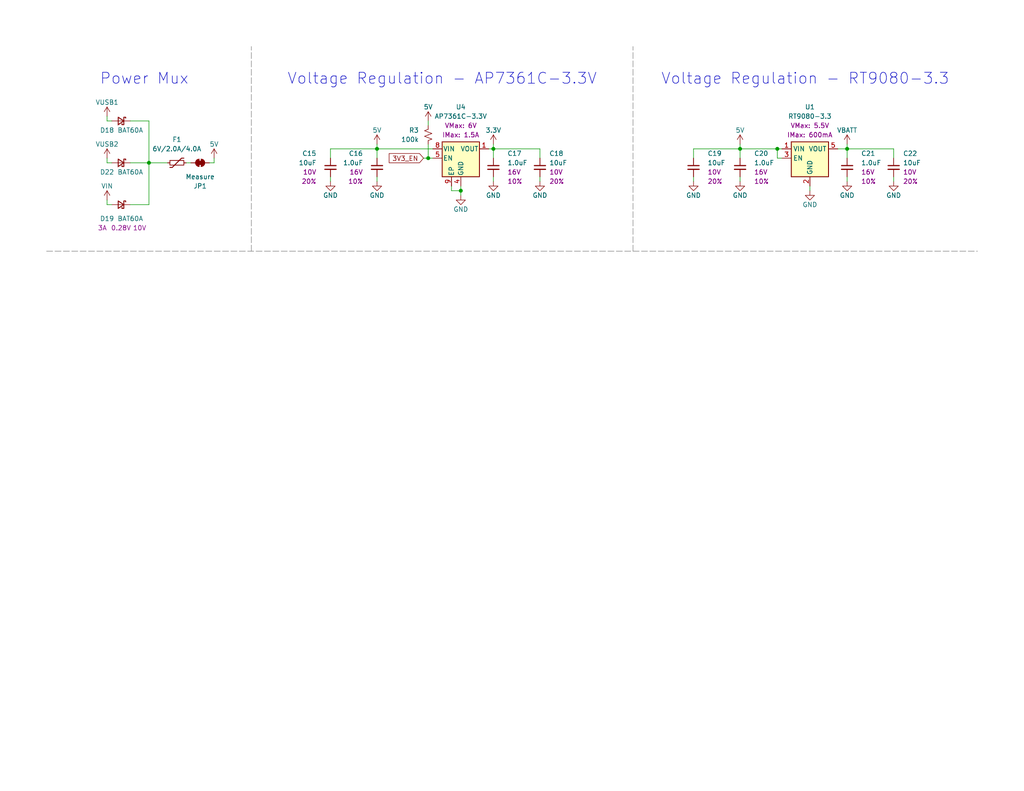
<source format=kicad_sch>
(kicad_sch (version 20250114) (generator "eeschema") (generator_version "9.0")
  (paper "USLetter")
  (title_block (title "SparkFun GNSS Flex Breakout - Power"))
  (lib_symbols
    (symbol "SparkFun-Capacitor:1.0uF_0603_16V_10%" (pin_numbers (hide yes)) (pin_names (offset 0.254))
      (property "Reference" "C" (at 0.635 2.54 0))
      (property "Value" "1.0uF" (at 0.635 -2.54 0))
      (property "Voltage" "16V" (at 0 -6.35 0))
      (property "Tolerance" "10%" (at 0 -8.89 0))
      (symbol "1.0uF_0603_16V_10%_0_1"
        (polyline (pts (xy -1.524 0.508) (xy 1.524 0.508)) (stroke (width 0.3048)))
        (polyline (pts (xy -1.524 -0.508) (xy 1.524 -0.508)) (stroke (width 0.3302)))
      )
      (symbol "1.0uF_0603_16V_10%_1_1"
        (pin passive line (at 0 2.54 270) (length 2.032) (name "~") (number "1"))
        (pin passive line (at 0 -2.54 90) (length 2.032) (name "~") (number "2"))
      )
    )
    (symbol "SparkFun-Capacitor:10uF_0603_10V_20%" (pin_numbers (hide yes)) (pin_names (offset 0.254))
      (property "Reference" "C" (at 0.635 2.54 0))
      (property "Value" "10uF" (at 0.635 -2.54 0))
      (property "Voltage" "10V" (at 0 -6.35 0))
      (property "Tolerance" "20%" (at 0 -8.89 0))
      (symbol "10uF_0603_10V_20%_0_1"
        (polyline (pts (xy -1.524 0.508) (xy 1.524 0.508)) (stroke (width 0.3048)))
        (polyline (pts (xy -1.524 -0.508) (xy 1.524 -0.508)) (stroke (width 0.3302)))
      )
      (symbol "10uF_0603_10V_20%_1_1"
        (pin passive line (at 0 2.54 270) (length 2.032) (name "~") (number "1"))
        (pin passive line (at 0 -2.54 90) (length 2.032) (name "~") (number "2"))
      )
    )
    (symbol "SparkFun-DiscreteSemi:D_Schottky_3A_10V_0.28V" (pin_numbers (hide yes)) (pin_names (offset 1.016) (hide yes))
      (property "Reference" "D" (at 0 2.54 0))
      (property "Value" "BAT60A" (at 0 -2.54 0))
      (property "IMax" "3A" (at 0 -5.08 0))
      (property "VDrop" "0.28V" (at 0 -10.16 0))
      (property "VMax" "10V" (at 0 -7.62 0))
      (symbol "D_Schottky_3A_10V_0.28V_0_1"
        (polyline (pts (xy -1.27 0.762) (xy -1.27 1.016) (xy -0.762 1.016) (xy -0.762 -1.016) (xy -0.254 -1.016) (xy -0.254 -0.762)) (stroke (width 0.254)))
        (polyline (pts (xy -0.762 0) (xy 0.762 0)))
        (polyline (pts (xy 0.762 -1.016) (xy -0.762 0) (xy 0.762 1.016) (xy 0.762 -1.016)) (stroke (width 0.254)))
      )
      (symbol "D_Schottky_3A_10V_0.28V_1_1"
        (pin passive line (at -2.54 0 0) (length 1.778) (name "K") (number "1"))
        (pin passive line (at 2.54 0 180) (length 1.778) (name "A") (number "2"))
      )
    )
    (symbol "SparkFun-Fuse:Fuse 6V/2.0A/4.0A" (pin_numbers (hide yes)) (pin_names (offset 0))
      (property "Reference" "F" (at 0 2.54 0))
      (property "Value" "6V/2.0A/4.0A" (at 0 -2.54 0))
      (symbol "Fuse 6V/2.0A/4.0A_0_1"
        (rectangle (start -1.905 0.635) (end 1.905 -0.635) (stroke (width 0.2032)))
        (polyline (pts (xy -1.905 -1.27) (xy -1.27 -1.27) (xy 1.27 1.27) (xy 1.905 1.27)) (stroke (width 0.254)))
      )
      (symbol "Fuse 6V/2.0A/4.0A_1_1"
        (pin passive line (at -2.54 0 0) (length 0.635) (name "~") (number "1"))
        (pin passive line (at 2.54 0 180) (length 0.635) (name "~") (number "2"))
      )
    )
    (symbol "SparkFun-Jumper:Jumper_Measure" (pin_numbers (hide yes)) (pin_names (offset 0) (hide yes))
      (property "Reference" "JP" (at 0 2.032 0))
      (property "Value" "Measure" (at 0 -2.54 0))
      (symbol "Jumper_Measure_0_1"
        (rectangle (start -0.508 0.508) (end 0.508 -0.508) (fill (type outline)))
        (polyline (pts (xy -0.254 1.016) (xy -0.254 -1.016)))
        (arc (start -0.254 -1.016) (mid -1.2656 0) (end -0.254 1.016))
        (arc (start -0.254 -1.016) (mid -1.2656 0) (end -0.254 1.016) (fill (type outline)))
        (arc (start 0.254 1.016) (mid 1.2656 0) (end 0.254 -1.016))
        (arc (start 0.254 1.016) (mid 1.2656 0) (end 0.254 -1.016) (fill (type outline)))
        (polyline (pts (xy 0.254 1.016) (xy 0.254 -1.016)))
      )
      (symbol "Jumper_Measure_1_1"
        (pin passive line (at -2.54 0 0) (length 1.27) (name "A") (number "1"))
        (pin passive line (at 2.54 0 180) (length 1.27) (name "B") (number "2"))
      )
    )
    (symbol "SparkFun-PowerSymbol:3.3V" (power) (pin_names (offset 0))
      (property "Value" "3.3V" (at 0 3.81 0))
      (symbol "3.3V_0_1"
        (polyline (pts (xy -0.762 1.27) (xy 0 2.54)))
        (polyline (pts (xy 0 2.54) (xy 0.762 1.27)))
        (polyline (pts (xy 0 0) (xy 0 2.54)))
      )
      (symbol "3.3V_1_1"
        (pin power_in line (at 0 0 90) (length 0) (hide yes) (name "3.3V") (number "1"))
      )
    )
    (symbol "SparkFun-PowerSymbol:5V" (power) (pin_names (offset 0))
      (property "Value" "5V" (at 0 3.81 0))
      (symbol "5V_0_1"
        (polyline (pts (xy -0.762 1.27) (xy 0 2.54)))
        (polyline (pts (xy 0 2.54) (xy 0.762 1.27)))
        (polyline (pts (xy 0 0) (xy 0 2.54)))
      )
      (symbol "5V_1_1"
        (pin power_in line (at 0 0 90) (length 0) (hide yes) (name "5V") (number "1"))
      )
    )
    (symbol "SparkFun-PowerSymbol:GND" (power) (pin_names (offset 0))
      (property "Value" "GND" (at 0 -3.81 0))
      (symbol "GND_0_1"
        (polyline (pts (xy 0 0) (xy 0 -1.27) (xy 1.27 -1.27) (xy 0 -2.54) (xy -1.27 -1.27) (xy 0 -1.27)))
      )
      (symbol "GND_1_1"
        (pin power_in line (at 0 0 270) (length 0) (hide yes) (name "GND") (number "1"))
      )
    )
    (symbol "SparkFun-PowerSymbol:VBATT" (power) (pin_names (offset 0))
      (property "Value" "VBATT" (at 0 3.81 0))
      (symbol "VBATT_0_1"
        (polyline (pts (xy -0.762 1.27) (xy 0 2.54)))
        (polyline (pts (xy 0 2.54) (xy 0.762 1.27)))
        (polyline (pts (xy 0 0) (xy 0 2.54)))
      )
      (symbol "VBATT_1_1"
        (pin power_in line (at 0 0 90) (length 0) (hide yes) (name "VBATT") (number "1"))
      )
    )
    (symbol "SparkFun-PowerSymbol:VIN" (power) (pin_names (offset 0))
      (property "Value" "VIN" (at 0 3.81 0))
      (symbol "VIN_0_1"
        (polyline (pts (xy -0.762 1.27) (xy 0 2.54)))
        (polyline (pts (xy 0 2.54) (xy 0.762 1.27)))
        (polyline (pts (xy 0 0) (xy 0 2.54)))
      )
      (symbol "VIN_1_1"
        (pin power_in line (at 0 0 90) (length 0) (hide yes) (name "VIN") (number "1"))
      )
    )
    (symbol "SparkFun-PowerSymbol:VUSB" (power) (pin_names (offset 0))
      (property "Value" "VUSB" (at 0 3.81 0))
      (symbol "VUSB_0_1"
        (polyline (pts (xy -0.762 1.27) (xy 0 2.54)))
        (polyline (pts (xy 0 2.54) (xy 0.762 1.27)))
        (polyline (pts (xy 0 0) (xy 0 2.54)))
      )
      (symbol "VUSB_1_1"
        (pin power_in line (at 0 0 90) (length 0) (hide yes) (name "VUSB") (number "1"))
      )
    )
    (symbol "SparkFun-Regulator:AP7361C-3.3V" (pin_names (offset 0.254))
      (property "Reference" "U" (at 0 13.97 0))
      (property "Value" "AP7361C-3.3V" (at 0 11.43 0))
      (property "VMax" "6V" (at 0 8.89 0) (show_name))
      (property "IMax" "1.5A" (at 0 6.35 0) (show_name))
      (symbol "AP7361C-3.3V_1_1"
        (rectangle (start -5.08 4.445) (end 5.08 -5.08) (stroke (width 0.254)) (fill (type background)))
        (pin power_in line (at -7.62 2.54 0) (length 2.54) (name "VIN") (number "8"))
        (pin input line (at -7.62 0 0) (length 2.54) (name "EN") (number "5"))
        (pin passive line (at -2.54 -7.62 90) (length 2.54) (name "EP") (number "9"))
        (pin power_in line (at 0 -7.62 90) (length 2.54) (name "GND") (number "4"))
        (pin no_connect line (at 5.08 -2.54 180) (length 2.54) (hide yes) (name "NC") (number "2"))
        (pin no_connect line (at 5.08 -2.54 180) (length 2.54) (hide yes) (name "NC") (number "3"))
        (pin no_connect line (at 5.08 -2.54 180) (length 2.54) (hide yes) (name "NC") (number "6"))
        (pin no_connect line (at 5.08 -2.54 180) (length 2.54) (hide yes) (name "NC") (number "7"))
        (pin power_out line (at 7.62 2.54 180) (length 2.54) (name "VOUT") (number "1"))
      )
    )
    (symbol "SparkFun-Regulator:RT9080-3.3"
      (property "Reference" "U3" (at 0 13.97 0))
      (property "Value" "RT9080-3.3" (at 0 11.43 0))
      (property "VMax" "5.5V" (at 0 8.89 0) (show_name))
      (property "IMax" "600mA" (at 0 6.35 0) (show_name))
      (symbol "RT9080-3.3_1_1"
        (rectangle (start -5.08 4.445) (end 5.08 -5.08) (stroke (width 0.254)) (fill (type background)))
        (pin power_in line (at -7.62 2.54 0) (length 2.54) (name "VIN") (number "1"))
        (pin input line (at -7.62 0 0) (length 2.54) (name "EN") (number "3"))
        (pin power_in line (at 0 -7.62 90) (length 2.54) (name "GND") (number "2"))
        (pin no_connect line (at 5.08 0 180) (length 2.54) (hide yes) (name "NC") (number "4"))
        (pin power_out line (at 7.62 2.54 180) (length 2.54) (name "VOUT") (number "5"))
      )
    )
    (symbol "SparkFun-Resistor:100k_0603" (pin_numbers (hide yes)) (pin_names (offset 0))
      (property "Reference" "R" (at 0 -2.54 0))
      (property "Value" "100k" (at 0 2.54 0))
      (symbol "100k_0603_0_1"
        (polyline (pts (xy -1.524 0) (xy -1.143 1.016) (xy -0.762 0) (xy -0.381 -1.016) (xy 0 0)))
        (polyline (pts (xy 0 0) (xy 0.381 1.016) (xy 0.762 0) (xy 1.143 -1.016) (xy 1.524 0)))
      )
      (symbol "100k_0603_1_1"
        (pin passive line (at -2.54 0 0) (length 1.016) (name "~") (number "1"))
        (pin passive line (at 2.54 0 180) (length 1.016) (name "~") (number "2"))
      )
    )
  )
  (text "Voltage Regulation - RT9080-3.3" (at 219.71 21.59 0) (effects (font (size 3 3))))
  (text "Power Mux" (at 39.37 21.59 0) (effects (font (size 3 3))))
  (text "Voltage Regulation - AP7361C-3.3V" (at 120.65 21.59 0) (effects (font (size 3 3))))
  (junction (at 102.87 40.64))
  (junction (at 201.93 40.64))
  (junction (at 231.14 40.64))
  (junction (at 40.64 44.45))
  (junction (at 134.62 40.64))
  (junction (at 116.84 43.18))
  (junction (at 125.73 52.07))
  (junction (at 212.09 40.64))
  (wire (pts (xy 133.35 40.64) (xy 134.62 40.64)))
  (wire (pts (xy 231.14 40.64) (xy 243.84 40.64)))
  (wire (pts (xy 125.73 52.07) (xy 125.73 53.34)))
  (wire (pts (xy 201.93 39.37) (xy 201.93 40.64)))
  (wire (pts (xy 29.21 54.61) (xy 29.21 55.88)))
  (wire (pts (xy 231.14 39.37) (xy 231.14 40.64)))
  (wire (pts (xy 35.56 33.02) (xy 40.64 33.02)))
  (wire (pts (xy 134.62 48.26) (xy 134.62 49.53)))
  (wire (pts (xy 102.87 48.26) (xy 102.87 49.53)))
  (wire (pts (xy 147.32 48.26) (xy 147.32 49.53)))
  (polyline (pts (xy 172.72 68.58) (xy 172.72 12.7)) (stroke (width 0) (type dash) (color 132 132 132 1)))
  (wire (pts (xy 243.84 40.64) (xy 243.84 43.18)))
  (wire (pts (xy 212.09 40.64) (xy 213.36 40.64)))
  (wire (pts (xy 115.57 43.18) (xy 116.84 43.18)))
  (wire (pts (xy 189.23 40.64) (xy 201.93 40.64)))
  (wire (pts (xy 50.8 44.45) (xy 52.07 44.45)))
  (wire (pts (xy 123.19 50.8) (xy 123.19 52.07)))
  (wire (pts (xy 231.14 48.26) (xy 231.14 49.53)))
  (wire (pts (xy 90.17 40.64) (xy 102.87 40.64)))
  (wire (pts (xy 189.23 43.18) (xy 189.23 40.64)))
  (wire (pts (xy 134.62 39.37) (xy 134.62 40.64)))
  (wire (pts (xy 40.64 44.45) (xy 45.72 44.45)))
  (wire (pts (xy 147.32 40.64) (xy 147.32 43.18)))
  (wire (pts (xy 123.19 52.07) (xy 125.73 52.07)))
  (wire (pts (xy 201.93 40.64) (xy 212.09 40.64)))
  (wire (pts (xy 125.73 50.8) (xy 125.73 52.07)))
  (polyline (pts (xy 12.7 68.58) (xy 266.7 68.58)) (stroke (width 0) (type dash) (color 132 132 132 1)))
  (wire (pts (xy 90.17 43.18) (xy 90.17 40.64)))
  (wire (pts (xy 29.21 43.18) (xy 29.21 44.45)))
  (wire (pts (xy 243.84 48.26) (xy 243.84 49.53)))
  (wire (pts (xy 29.21 31.75) (xy 29.21 33.02)))
  (wire (pts (xy 201.93 40.64) (xy 201.93 43.18)))
  (wire (pts (xy 116.84 39.37) (xy 116.84 43.18)))
  (wire (pts (xy 29.21 33.02) (xy 30.48 33.02)))
  (wire (pts (xy 35.56 44.45) (xy 40.64 44.45)))
  (wire (pts (xy 231.14 43.18) (xy 231.14 40.64)))
  (wire (pts (xy 57.15 44.45) (xy 58.42 44.45)))
  (wire (pts (xy 116.84 33.02) (xy 116.84 34.29)))
  (wire (pts (xy 102.87 39.37) (xy 102.87 40.64)))
  (wire (pts (xy 118.11 43.18) (xy 116.84 43.18)))
  (wire (pts (xy 134.62 40.64) (xy 147.32 40.64)))
  (wire (pts (xy 29.21 44.45) (xy 30.48 44.45)))
  (wire (pts (xy 102.87 40.64) (xy 102.87 43.18)))
  (wire (pts (xy 220.98 50.8) (xy 220.98 52.07)))
  (wire (pts (xy 212.09 43.18) (xy 212.09 40.64)))
  (wire (pts (xy 201.93 48.26) (xy 201.93 49.53)))
  (wire (pts (xy 102.87 40.64) (xy 118.11 40.64)))
  (wire (pts (xy 189.23 48.26) (xy 189.23 49.53)))
  (wire (pts (xy 134.62 40.64) (xy 134.62 43.18)))
  (wire (pts (xy 213.36 43.18) (xy 212.09 43.18)))
  (wire (pts (xy 58.42 44.45) (xy 58.42 43.18)))
  (wire (pts (xy 90.17 48.26) (xy 90.17 49.53)))
  (wire (pts (xy 40.64 44.45) (xy 40.64 33.02)))
  (wire (pts (xy 35.56 55.88) (xy 40.64 55.88)))
  (wire (pts (xy 228.6 40.64) (xy 231.14 40.64)))
  (wire (pts (xy 40.64 55.88) (xy 40.64 44.45)))
  (polyline (pts (xy 68.58 68.58) (xy 68.58 12.7)) (stroke (width 0) (type dash) (color 132 132 132 1)))
  (wire (pts (xy 29.21 55.88) (xy 30.48 55.88)))
  (global_label "3V3_EN" (shape input) (at 115.57 43.18 180) (property "Intersheetrefs" "${INTERSHEET_REFS}" (effects (hide yes))))
  (symbol (lib_id "SparkFun-Fuse:Fuse 6V/2.0A/4.0A") (at 48.26 44.45 0) (unit 1)
    (property "Reference" "F1" (at 48.26 38.1 0))
    (property "Value" "6V/2.0A/4.0A" (at 48.26 40.64 0))
    (property "Footprint" "SparkFun-Fuse:1210" (effects (hide yes)))
    (property "Datasheet" "https://www.belfuse.com/resources/datasheets/circuitprotection/ds-cp-0zch-series.pdf" (effects (hide yes)))
    (property "Description" "Resettable fuse 2A" (effects (hide yes)))
    (property "PROD_ID" "RES-14313" (effects (hide yes)))
  )
  (symbol (lib_id "SparkFun-PowerSymbol:5V") (at 102.87 39.37 0) (unit 1)
    (property "Reference" "#PWR086" (effects (hide yes)))
    (property "Value" "5V" (at 102.87 35.56 0))
    (property "Description" "Power symbol creates a global label with name \"5V\"" (effects (hide yes)))
  )
  (symbol (lib_id "SparkFun-PowerSymbol:5V") (at 58.42 43.18 0) (unit 1)
    (property "Reference" "#PWR083" (effects (hide yes)))
    (property "Value" "5V" (at 58.42 39.37 0))
    (property "Description" "Power symbol creates a global label with name \"5V\"" (effects (hide yes)))
  )
  (symbol (lib_id "SparkFun-PowerSymbol:GND") (at 134.62 49.53 0) (unit 1)
    (property "Reference" "#PWR090" (effects (hide yes)))
    (property "Value" "GND" (at 134.62 53.34 0))
    (property "Description" "Power symbol creates a global label with name \"GND\" , ground" (effects (hide yes)))
  )
  (symbol (lib_id "SparkFun-DiscreteSemi:D_Schottky_3A_10V_0.28V") (at 33.02 44.45 0) (mirror y) (unit 1)
    (property "Reference" "D22" (at 29.21 46.99 0))
    (property "Value" "BAT60A" (at 35.56 46.99 0))
    (property "Footprint" "SparkFun-Semiconductor-Standard:SOD-323" (effects (hide yes)))
    (property "Datasheet" "https://www.infineon.com/dgdl/bat60aseries.pdf?folderId=db3a304313d846880113def5812204a1&fileId=db3a304313d846880113def70c9304a9" (effects (hide yes)))
    (property "Description" "Schottky diode" (effects (hide yes)))
    (property "PROD_ID" "DIO-14072" (effects (hide yes)))
    (property "IMax" "3A" (effects (hide yes)))
    (property "VDrop" "0.28V" (effects (hide yes)))
    (property "VMax" "10V" (effects (hide yes)))
  )
  (symbol (lib_id "SparkFun-PowerSymbol:GND") (at 201.93 49.53 0) (unit 1)
    (property "Reference" "#PWR099" (effects (hide yes)))
    (property "Value" "GND" (at 201.93 53.34 0))
    (property "Description" "Power symbol creates a global label with name \"GND\" , ground" (effects (hide yes)))
  )
  (symbol (lib_id "SparkFun-Capacitor:1.0uF_0603_16V_10%") (at 201.93 45.72 0) (unit 1)
    (property "Reference" "C20" (at 205.74 41.91 0) (effects (justify left)))
    (property "Value" "1.0uF" (at 205.74 44.45 0) (effects (justify left)))
    (property "Footprint" "SparkFun-Capacitor:C_0603_1608Metric" (effects (hide yes)))
    (property "Datasheet" "https://cdn.sparkfun.com/assets/8/a/4/a/5/Kemet_Capacitor_Datasheet.pdf" (effects (hide yes)))
    (property "Description" "Unpolarized capacitor" (effects (hide yes)))
    (property "PROD_ID" "CAP-13930" (effects (hide yes)))
    (property "Voltage" "16V" (at 205.74 46.99 0) (effects (justify left)))
    (property "Tolerance" "10%" (at 205.74 49.53 0) (effects (justify left)))
  )
  (symbol (lib_id "SparkFun-PowerSymbol:5V") (at 116.84 33.02 0) (unit 1)
    (property "Reference" "#PWR0103" (effects (hide yes)))
    (property "Value" "5V" (at 116.84 29.21 0))
    (property "Description" "Power symbol creates a global label with name \"5V\"" (effects (hide yes)))
  )
  (symbol (lib_id "SparkFun-PowerSymbol:GND") (at 231.14 49.53 0) (unit 1)
    (property "Reference" "#PWR0100" (effects (hide yes)))
    (property "Value" "GND" (at 231.14 53.34 0))
    (property "Description" "Power symbol creates a global label with name \"GND\" , ground" (effects (hide yes)))
  )
  (symbol (lib_id "SparkFun-PowerSymbol:GND") (at 189.23 49.53 0) (unit 1)
    (property "Reference" "#PWR097" (effects (hide yes)))
    (property "Value" "GND" (at 189.23 53.34 0))
    (property "Description" "Power symbol creates a global label with name \"GND\" , ground" (effects (hide yes)))
  )
  (symbol (lib_id "SparkFun-PowerSymbol:VUSB") (at 29.21 43.18 0) (unit 1)
    (property "Reference" "#PWR096" (effects (hide yes)))
    (property "Value" "VUSB2" (at 29.21 39.37 0))
    (property "Description" "Power symbol creates a global label with name \"VUSB\"" (effects (hide yes)))
  )
  (symbol (lib_id "SparkFun-PowerSymbol:GND") (at 243.84 49.53 0) (unit 1)
    (property "Reference" "#PWR0101" (effects (hide yes)))
    (property "Value" "GND" (at 243.84 53.34 0))
    (property "Description" "Power symbol creates a global label with name \"GND\" , ground" (effects (hide yes)))
  )
  (symbol (lib_id "SparkFun-DiscreteSemi:D_Schottky_3A_10V_0.28V") (at 33.02 55.88 0) (mirror y) (unit 1)
    (property "Reference" "D19" (at 29.21 59.69 0))
    (property "Value" "BAT60A" (at 35.56 59.69 0))
    (property "Footprint" "SparkFun-Semiconductor-Standard:SOD-323" (effects (hide yes)))
    (property "Datasheet" "https://www.infineon.com/dgdl/bat60aseries.pdf?folderId=db3a304313d846880113def5812204a1&fileId=db3a304313d846880113def70c9304a9" (effects (hide yes)))
    (property "Description" "Schottky diode" (effects (hide yes)))
    (property "PROD_ID" "DIO-14072" (effects (hide yes)))
    (property "IMax" "3A" (at 27.94 62.23 0))
    (property "VDrop" "0.28V" (at 33.02 62.23 0))
    (property "VMax" "10V" (at 38.1 62.23 0))
  )
  (symbol (lib_id "SparkFun-PowerSymbol:GND") (at 125.73 53.34 0) (unit 1)
    (property "Reference" "#PWR088" (effects (hide yes)))
    (property "Value" "GND" (at 125.73 57.15 0))
    (property "Description" "Power symbol creates a global label with name \"GND\" , ground" (effects (hide yes)))
  )
  (symbol (lib_id "SparkFun-PowerSymbol:GND") (at 102.87 49.53 0) (unit 1)
    (property "Reference" "#PWR087" (effects (hide yes)))
    (property "Value" "GND" (at 102.87 53.34 0))
    (property "Description" "Power symbol creates a global label with name \"GND\" , ground" (effects (hide yes)))
  )
  (symbol (lib_id "SparkFun-PowerSymbol:5V") (at 201.93 39.37 0) (unit 1)
    (property "Reference" "#PWR098" (effects (hide yes)))
    (property "Value" "5V" (at 201.93 35.56 0))
    (property "Description" "Power symbol creates a global label with name \"5V\"" (effects (hide yes)))
  )
  (symbol (lib_id "SparkFun-PowerSymbol:GND") (at 147.32 49.53 0) (unit 1)
    (property "Reference" "#PWR091" (effects (hide yes)))
    (property "Value" "GND" (at 147.32 53.34 0))
    (property "Description" "Power symbol creates a global label with name \"GND\" , ground" (effects (hide yes)))
  )
  (symbol (lib_id "SparkFun-PowerSymbol:VUSB") (at 29.21 31.75 0) (unit 1)
    (property "Reference" "#PWR082" (effects (hide yes)))
    (property "Value" "VUSB1" (at 29.21 27.94 0))
    (property "Description" "Power symbol creates a global label with name \"VUSB\"" (effects (hide yes)))
  )
  (symbol (lib_id "SparkFun-PowerSymbol:3.3V") (at 134.62 39.37 0) (unit 1)
    (property "Reference" "#PWR089" (effects (hide yes)))
    (property "Value" "3.3V" (at 134.62 35.56 0))
    (property "Description" "Power symbol creates a global label with name \"3.3V\"" (effects (hide yes)))
  )
  (symbol (lib_id "SparkFun-Regulator:AP7361C-3.3V") (at 125.73 43.18 0) (unit 1)
    (property "Reference" "U4" (at 125.73 29.21 0))
    (property "Value" "AP7361C-3.3V" (at 125.73 31.75 0))
    (property "Footprint" "SparkFun-Semiconductor-Standard:DFN-8_3x3mm" (effects (hide yes)))
    (property "Datasheet" "https://www.diodes.com/assets/Datasheets/AP7361C.pdf" (effects (hide yes)))
    (property "Description" "1A low dropout linear regulator, with enable pin, 2.2-6.0V input, 3.3V output, UDFN-8" (effects (hide yes)))
    (property "PROD_ID" "VREG-14094" (effects (hide yes)))
    (property "VMax" "6V" (at 125.73 34.29 0) (show_name yes))
    (property "Ityp" "1.0A" (effects (hide yes)))
    (property "IMax" "1.5A" (at 125.73 36.83 0) (show_name yes))
    (property "Iq" "60µA" (effects (hide yes)))
  )
  (symbol (lib_id "SparkFun-Capacitor:1.0uF_0603_16V_10%") (at 102.87 45.72 0) (mirror y) (unit 1)
    (property "Reference" "C16" (at 99.06 41.91 0) (effects (justify left)))
    (property "Value" "1.0uF" (at 99.06 44.45 0) (effects (justify left)))
    (property "Footprint" "SparkFun-Capacitor:C_0603_1608Metric" (effects (hide yes)))
    (property "Datasheet" "https://cdn.sparkfun.com/assets/8/a/4/a/5/Kemet_Capacitor_Datasheet.pdf" (effects (hide yes)))
    (property "Description" "Unpolarized capacitor" (effects (hide yes)))
    (property "PROD_ID" "CAP-13930" (effects (hide yes)))
    (property "Voltage" "16V" (at 99.06 46.99 0) (effects (justify left)))
    (property "Tolerance" "10%" (at 99.06 49.53 0) (effects (justify left)))
  )
  (symbol (lib_id "SparkFun-PowerSymbol:VBATT") (at 231.14 39.37 0) (unit 1)
    (property "Reference" "#PWR03" (effects (hide yes)))
    (property "Value" "VBATT" (at 231.14 35.56 0))
    (property "Description" "Power symbol creates a global label with name \"VBATT\"" (effects (hide yes)))
  )
  (symbol (lib_id "SparkFun-PowerSymbol:GND") (at 220.98 52.07 0) (unit 1)
    (property "Reference" "#PWR0102" (effects (hide yes)))
    (property "Value" "GND" (at 220.98 55.88 0))
    (property "Description" "Power symbol creates a global label with name \"GND\" , ground" (effects (hide yes)))
  )
  (symbol (lib_id "SparkFun-PowerSymbol:GND") (at 90.17 49.53 0) (unit 1)
    (property "Reference" "#PWR085" (effects (hide yes)))
    (property "Value" "GND" (at 90.17 53.34 0))
    (property "Description" "Power symbol creates a global label with name \"GND\" , ground" (effects (hide yes)))
  )
  (symbol (lib_id "SparkFun-PowerSymbol:VIN") (at 29.21 54.61 0) (unit 1)
    (property "Reference" "#PWR084" (effects (hide yes)))
    (property "Value" "VIN" (at 29.21 50.8 0))
    (property "Description" "Power symbol creates a global label with name \"VIN\"" (effects (hide yes)))
  )
  (symbol (lib_id "SparkFun-Capacitor:1.0uF_0603_16V_10%") (at 231.14 45.72 0) (unit 1)
    (property "Reference" "C21" (at 234.95 41.91 0) (effects (justify left)))
    (property "Value" "1.0uF" (at 234.95 44.45 0) (effects (justify left)))
    (property "Footprint" "SparkFun-Capacitor:C_0603_1608Metric" (effects (hide yes)))
    (property "Datasheet" "https://cdn.sparkfun.com/assets/8/a/4/a/5/Kemet_Capacitor_Datasheet.pdf" (effects (hide yes)))
    (property "Description" "Unpolarized capacitor" (effects (hide yes)))
    (property "PROD_ID" "CAP-13930" (effects (hide yes)))
    (property "Voltage" "16V" (at 234.95 46.99 0) (effects (justify left)))
    (property "Tolerance" "10%" (at 234.95 49.53 0) (effects (justify left)))
  )
  (symbol (lib_id "SparkFun-Capacitor:1.0uF_0603_16V_10%") (at 134.62 45.72 0) (unit 1)
    (property "Reference" "C17" (at 138.43 41.91 0) (effects (justify left)))
    (property "Value" "1.0uF" (at 138.43 44.45 0) (effects (justify left)))
    (property "Footprint" "SparkFun-Capacitor:C_0603_1608Metric" (effects (hide yes)))
    (property "Datasheet" "https://cdn.sparkfun.com/assets/8/a/4/a/5/Kemet_Capacitor_Datasheet.pdf" (effects (hide yes)))
    (property "Description" "Unpolarized capacitor" (effects (hide yes)))
    (property "PROD_ID" "CAP-13930" (effects (hide yes)))
    (property "Voltage" "16V" (at 138.43 46.99 0) (effects (justify left)))
    (property "Tolerance" "10%" (at 138.43 49.53 0) (effects (justify left)))
  )
  (symbol (lib_id "SparkFun-Capacitor:10uF_0603_10V_20%") (at 189.23 45.72 0) (unit 1)
    (property "Reference" "C19" (at 193.04 41.91 0) (effects (justify left)))
    (property "Value" "10uF" (at 193.04 44.45 0) (effects (justify left)))
    (property "Footprint" "SparkFun-Capacitor:C_0603_1608Metric" (effects (hide yes)))
    (property "Datasheet" "https://cdn.sparkfun.com/assets/8/a/4/a/5/Kemet_Capacitor_Datasheet.pdf" (effects (hide yes)))
    (property "Description" "Unpolarized capacitor" (effects (hide yes)))
    (property "PROD_ID" "CAP-20155" (effects (hide yes)))
    (property "Voltage" "10V" (at 193.04 46.99 0) (effects (justify left)))
    (property "Tolerance" "20%" (at 193.04 49.53 0) (effects (justify left)))
  )
  (symbol (lib_id "SparkFun-Capacitor:10uF_0603_10V_20%") (at 147.32 45.72 0) (unit 1)
    (property "Reference" "C18" (at 149.86 41.9162 0) (effects (justify left)))
    (property "Value" "10uF" (at 149.86 44.4562 0) (effects (justify left)))
    (property "Footprint" "SparkFun-Capacitor:C_0603_1608Metric" (effects (hide yes)))
    (property "Datasheet" "https://cdn.sparkfun.com/assets/8/a/4/a/5/Kemet_Capacitor_Datasheet.pdf" (effects (hide yes)))
    (property "Description" "Unpolarized capacitor" (effects (hide yes)))
    (property "PROD_ID" "CAP-20155" (effects (hide yes)))
    (property "Voltage" "10V" (at 149.86 46.9962 0) (effects (justify left)))
    (property "Tolerance" "20%" (at 149.86 49.5362 0) (effects (justify left)))
  )
  (symbol (lib_id "SparkFun-Capacitor:10uF_0603_10V_20%") (at 90.17 45.72 0) (mirror y) (unit 1)
    (property "Reference" "C15" (at 86.36 41.91 0) (effects (justify left)))
    (property "Value" "10uF" (at 86.36 44.45 0) (effects (justify left)))
    (property "Footprint" "SparkFun-Capacitor:C_0603_1608Metric" (effects (hide yes)))
    (property "Datasheet" "https://cdn.sparkfun.com/assets/8/a/4/a/5/Kemet_Capacitor_Datasheet.pdf" (effects (hide yes)))
    (property "Description" "Unpolarized capacitor" (effects (hide yes)))
    (property "PROD_ID" "CAP-20155" (effects (hide yes)))
    (property "Voltage" "10V" (at 86.36 46.99 0) (effects (justify left)))
    (property "Tolerance" "20%" (at 86.36 49.53 0) (effects (justify left)))
  )
  (symbol (lib_id "SparkFun-DiscreteSemi:D_Schottky_3A_10V_0.28V") (at 33.02 33.02 0) (mirror y) (unit 1)
    (property "Reference" "D18" (at 29.21 35.56 0))
    (property "Value" "BAT60A" (at 35.56 35.56 0))
    (property "Footprint" "SparkFun-Semiconductor-Standard:SOD-323" (effects (hide yes)))
    (property "Datasheet" "https://www.infineon.com/dgdl/bat60aseries.pdf?folderId=db3a304313d846880113def5812204a1&fileId=db3a304313d846880113def70c9304a9" (effects (hide yes)))
    (property "Description" "Schottky diode" (effects (hide yes)))
    (property "PROD_ID" "DIO-14072" (effects (hide yes)))
    (property "IMax" "3A" (effects (hide yes)))
    (property "VDrop" "0.28V" (effects (hide yes)))
    (property "VMax" "10V" (effects (hide yes)))
  )
  (symbol (lib_id "SparkFun-Regulator:RT9080-3.3") (at 220.98 43.18 0) (unit 1)
    (property "Reference" "U1" (at 220.98 29.21 0))
    (property "Value" "RT9080-3.3" (at 220.98 31.75 0))
    (property "Footprint" "SparkFun-Semiconductor-Standard:SOT23-5" (effects (hide yes)))
    (property "Datasheet" "https://www.richtek.com/SaveDownload.aspx?specid=RT9080" (effects (hide yes)))
    (property "Description" "600mA low dropout linear regulator, with enable pin, 3.8V-6V input voltage range, 3.3V fixed positive output, SOT-23-5" (effects (hide yes)))
    (property "PROD_ID" "VREG-19034" (effects (hide yes)))
    (property "VMax" "5.5V" (at 220.98 34.29 0) (show_name yes))
    (property "IMax" "600mA" (at 220.98 36.83 0) (show_name yes))
    (property "Iq" "4µA" (effects (hide yes)))
  )
  (symbol (lib_id "SparkFun-Resistor:100k_0603") (at 116.84 36.83 270) (mirror x) (unit 1)
    (property "Reference" "R3" (at 114.3 35.5599 90) (effects (justify right)))
    (property "Value" "100k" (at 114.3 38.0999 90) (effects (justify right)))
    (property "Footprint" "SparkFun-Resistor:R_0603_1608Metric" (effects (hide yes)))
    (property "Datasheet" "https://www.vishay.com/docs/20035/dcrcwe3.pdf" (effects (hide yes)))
    (property "Description" "Resistor" (effects (hide yes)))
    (property "PROD_ID" "RES-07828" (effects (hide yes)))
  )
  (symbol (lib_id "SparkFun-Jumper:Jumper_Measure") (at 54.61 44.45 0) (unit 1)
    (property "Reference" "JP1" (at 54.61 50.8 0))
    (property "Value" "Measure" (at 54.61 48.26 0))
    (property "Footprint" "SparkFun-Jumper:Jumper_2_PTH_SMD_Combo-NC" (effects (hide yes)))
    (property "Description" "Solder Jumper, 2-pole, closed/bridged" (effects (hide yes)))
  )
  (symbol (lib_id "SparkFun-Capacitor:10uF_0603_10V_20%") (at 243.84 45.72 0) (unit 1)
    (property "Reference" "C22" (at 246.38 41.9162 0) (effects (justify left)))
    (property "Value" "10uF" (at 246.38 44.4562 0) (effects (justify left)))
    (property "Footprint" "SparkFun-Capacitor:C_0603_1608Metric" (effects (hide yes)))
    (property "Datasheet" "https://cdn.sparkfun.com/assets/8/a/4/a/5/Kemet_Capacitor_Datasheet.pdf" (effects (hide yes)))
    (property "Description" "Unpolarized capacitor" (effects (hide yes)))
    (property "PROD_ID" "CAP-20155" (effects (hide yes)))
    (property "Voltage" "10V" (at 246.38 46.9962 0) (effects (justify left)))
    (property "Tolerance" "20%" (at 246.38 49.5362 0) (effects (justify left)))
  )
)
</source>
